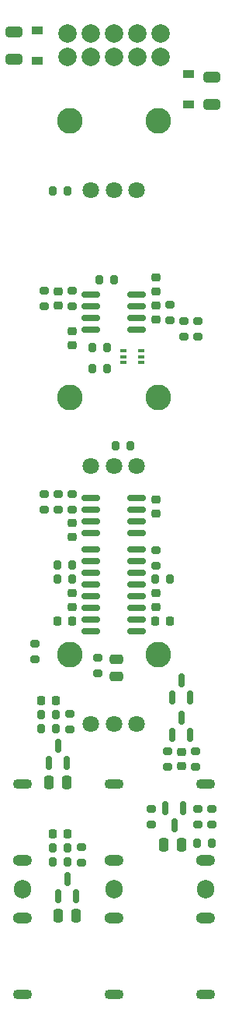
<source format=gbr>
G04 #@! TF.GenerationSoftware,KiCad,Pcbnew,(6.0.0)*
G04 #@! TF.CreationDate,2022-01-12T09:15:57-08:00*
G04 #@! TF.ProjectId,VCF,5643462e-6b69-4636-9164-5f7063625858,rev?*
G04 #@! TF.SameCoordinates,Original*
G04 #@! TF.FileFunction,Soldermask,Top*
G04 #@! TF.FilePolarity,Negative*
%FSLAX46Y46*%
G04 Gerber Fmt 4.6, Leading zero omitted, Abs format (unit mm)*
G04 Created by KiCad (PCBNEW (6.0.0)) date 2022-01-12 09:15:57*
%MOMM*%
%LPD*%
G01*
G04 APERTURE LIST*
G04 Aperture macros list*
%AMRoundRect*
0 Rectangle with rounded corners*
0 $1 Rounding radius*
0 $2 $3 $4 $5 $6 $7 $8 $9 X,Y pos of 4 corners*
0 Add a 4 corners polygon primitive as box body*
4,1,4,$2,$3,$4,$5,$6,$7,$8,$9,$2,$3,0*
0 Add four circle primitives for the rounded corners*
1,1,$1+$1,$2,$3*
1,1,$1+$1,$4,$5*
1,1,$1+$1,$6,$7*
1,1,$1+$1,$8,$9*
0 Add four rect primitives between the rounded corners*
20,1,$1+$1,$2,$3,$4,$5,0*
20,1,$1+$1,$4,$5,$6,$7,0*
20,1,$1+$1,$6,$7,$8,$9,0*
20,1,$1+$1,$8,$9,$2,$3,0*%
G04 Aperture macros list end*
%ADD10RoundRect,0.200000X-0.275000X0.200000X-0.275000X-0.200000X0.275000X-0.200000X0.275000X0.200000X0*%
%ADD11C,2.000000*%
%ADD12RoundRect,0.200000X-0.200000X-0.275000X0.200000X-0.275000X0.200000X0.275000X-0.200000X0.275000X0*%
%ADD13RoundRect,0.225000X-0.250000X0.225000X-0.250000X-0.225000X0.250000X-0.225000X0.250000X0.225000X0*%
%ADD14RoundRect,0.225000X0.250000X-0.225000X0.250000X0.225000X-0.250000X0.225000X-0.250000X-0.225000X0*%
%ADD15R,1.200000X0.900000*%
%ADD16RoundRect,0.200000X0.275000X-0.200000X0.275000X0.200000X-0.275000X0.200000X-0.275000X-0.200000X0*%
%ADD17RoundRect,0.150000X-0.825000X-0.150000X0.825000X-0.150000X0.825000X0.150000X-0.825000X0.150000X0*%
%ADD18RoundRect,0.200000X0.200000X0.275000X-0.200000X0.275000X-0.200000X-0.275000X0.200000X-0.275000X0*%
%ADD19RoundRect,0.250000X-0.250000X-0.475000X0.250000X-0.475000X0.250000X0.475000X-0.250000X0.475000X0*%
%ADD20RoundRect,0.150000X0.150000X-0.587500X0.150000X0.587500X-0.150000X0.587500X-0.150000X-0.587500X0*%
%ADD21RoundRect,0.225000X0.225000X0.250000X-0.225000X0.250000X-0.225000X-0.250000X0.225000X-0.250000X0*%
%ADD22RoundRect,0.250000X0.650000X-0.325000X0.650000X0.325000X-0.650000X0.325000X-0.650000X-0.325000X0*%
%ADD23RoundRect,0.250000X-0.650000X0.325000X-0.650000X-0.325000X0.650000X-0.325000X0.650000X0.325000X0*%
%ADD24RoundRect,0.250000X0.475000X-0.250000X0.475000X0.250000X-0.475000X0.250000X-0.475000X-0.250000X0*%
%ADD25RoundRect,0.150000X-0.150000X0.587500X-0.150000X-0.587500X0.150000X-0.587500X0.150000X0.587500X0*%
%ADD26RoundRect,0.225000X-0.225000X-0.250000X0.225000X-0.250000X0.225000X0.250000X-0.225000X0.250000X0*%
%ADD27R,0.650000X0.400000*%
%ADD28O,1.900000X2.000000*%
%ADD29O,2.100000X1.100000*%
%ADD30O,2.100000X1.200000*%
%ADD31C,2.800000*%
%ADD32C,1.800000*%
G04 APERTURE END LIST*
D10*
X9398000Y78549000D03*
X9398000Y76899000D03*
D11*
X19080000Y106520000D03*
X19080000Y103980000D03*
X16540000Y106520000D03*
X16540000Y103980000D03*
X14000000Y106520000D03*
X14000000Y103980000D03*
X11460000Y106520000D03*
X11460000Y103980000D03*
X8920000Y106520000D03*
X8920000Y103980000D03*
D12*
X14161000Y61722000D03*
X15811000Y61722000D03*
D13*
X18542000Y76975000D03*
X18542000Y75425000D03*
D14*
X21336000Y26911000D03*
X21336000Y28461000D03*
D10*
X23114000Y75247000D03*
X23114000Y73597000D03*
D12*
X6033000Y32512000D03*
X7683000Y32512000D03*
D10*
X19812000Y28511000D03*
X19812000Y26861000D03*
D15*
X22098000Y98808000D03*
X22098000Y102108000D03*
D16*
X10414000Y16447000D03*
X10414000Y18097000D03*
D17*
X11495000Y50419000D03*
X11495000Y49149000D03*
X11495000Y47879000D03*
X11495000Y46609000D03*
X11495000Y45339000D03*
X11495000Y44069000D03*
X11495000Y42799000D03*
X11495000Y41529000D03*
X16445000Y41529000D03*
X16445000Y42799000D03*
X16445000Y44069000D03*
X16445000Y45339000D03*
X16445000Y46609000D03*
X16445000Y47879000D03*
X16445000Y49149000D03*
X16445000Y50419000D03*
D18*
X9461000Y47244000D03*
X7811000Y47244000D03*
D19*
X6924000Y25146000D03*
X8824000Y25146000D03*
X19436000Y18366500D03*
X21336000Y18366500D03*
D18*
X13271000Y72390000D03*
X11621000Y72390000D03*
D16*
X7874000Y54801000D03*
X7874000Y56451000D03*
D13*
X7874000Y78499000D03*
X7874000Y76949000D03*
D14*
X18542000Y78473000D03*
X18542000Y80023000D03*
D17*
X16445000Y56007000D03*
X16445000Y54737000D03*
X16445000Y53467000D03*
X16445000Y52197000D03*
X11495000Y52197000D03*
X11495000Y53467000D03*
X11495000Y54737000D03*
X11495000Y56007000D03*
D18*
X13271000Y70104000D03*
X11621000Y70104000D03*
D20*
X20386000Y30304500D03*
X22286000Y30304500D03*
X21336000Y32179500D03*
D18*
X14033000Y79756000D03*
X12383000Y79756000D03*
D16*
X21590000Y73597000D03*
X21590000Y75247000D03*
X24638000Y20589500D03*
X24638000Y22239500D03*
D21*
X20079000Y42672000D03*
X18529000Y42672000D03*
D16*
X6350000Y54801000D03*
X6350000Y56451000D03*
D21*
X8903000Y19558000D03*
X7353000Y19558000D03*
D17*
X16445000Y78105000D03*
X16445000Y76835000D03*
X16445000Y75565000D03*
X16445000Y74295000D03*
X11495000Y74295000D03*
X11495000Y75565000D03*
X11495000Y76835000D03*
X11495000Y78105000D03*
D18*
X7683000Y30988000D03*
X6033000Y30988000D03*
D22*
X24638000Y98806000D03*
X24638000Y101756000D03*
D10*
X9398000Y56451000D03*
X9398000Y54801000D03*
D12*
X18479000Y47244000D03*
X20129000Y47244000D03*
D21*
X6083000Y34036000D03*
X7633000Y34036000D03*
D10*
X18542000Y50355000D03*
X18542000Y48705000D03*
D20*
X7940000Y12778500D03*
X9840000Y12778500D03*
X8890000Y14653500D03*
D13*
X9398000Y53353000D03*
X9398000Y51803000D03*
D20*
X20386000Y34368500D03*
X22286000Y34368500D03*
X21336000Y36243500D03*
D23*
X3048000Y106680000D03*
X3048000Y103730000D03*
D14*
X9398000Y72631000D03*
X9398000Y74181000D03*
D18*
X23051000Y18542000D03*
X24701000Y18542000D03*
D24*
X14224000Y36642000D03*
X14224000Y38542000D03*
D16*
X12192000Y37021000D03*
X12192000Y38671000D03*
D25*
X21524000Y22352000D03*
X19624000Y22352000D03*
X20574000Y20477000D03*
D16*
X22860000Y28511000D03*
X22860000Y26861000D03*
D13*
X9398000Y45733000D03*
X9398000Y44183000D03*
D10*
X20066000Y77025000D03*
X20066000Y75375000D03*
D26*
X7861000Y42672000D03*
X9411000Y42672000D03*
D19*
X7940000Y10668000D03*
X9840000Y10668000D03*
D16*
X9144000Y30925000D03*
X9144000Y32575000D03*
D15*
X5588000Y106806000D03*
X5588000Y103506000D03*
D18*
X8953000Y18034000D03*
X7303000Y18034000D03*
D14*
X18542000Y44183000D03*
X18542000Y45733000D03*
D10*
X23114000Y20589500D03*
X23114000Y22239500D03*
D12*
X7303000Y16510000D03*
X8953000Y16510000D03*
D13*
X18542000Y55893000D03*
X18542000Y54343000D03*
D10*
X18034000Y22239500D03*
X18034000Y20589500D03*
D16*
X6350000Y76899000D03*
X6350000Y78549000D03*
D27*
X15052000Y72024000D03*
X15052000Y71374000D03*
X15052000Y70724000D03*
X16952000Y70724000D03*
X16952000Y71374000D03*
X16952000Y72024000D03*
D20*
X6924000Y27256500D03*
X8824000Y27256500D03*
X7874000Y29131500D03*
D12*
X7811000Y48768000D03*
X9461000Y48768000D03*
X7303000Y89408000D03*
X8953000Y89408000D03*
D16*
X5334000Y38545000D03*
X5334000Y40195000D03*
D28*
X24000000Y13500500D03*
D29*
X24000000Y2080000D03*
D30*
X24000000Y10380000D03*
D28*
X24000000Y13499500D03*
D29*
X24000000Y24920000D03*
D30*
X24000000Y16620000D03*
D28*
X14000000Y13500500D03*
D29*
X14000000Y2080000D03*
D30*
X14000000Y10380000D03*
X4000000Y16620000D03*
D29*
X4000000Y24920000D03*
D28*
X4000000Y13499500D03*
X4000000Y13500500D03*
D29*
X4000000Y2080000D03*
D30*
X4000000Y10380000D03*
D31*
X18800000Y96998000D03*
X9200000Y96998000D03*
D32*
X16500000Y89498000D03*
X14000000Y89498000D03*
X11500000Y89498000D03*
D28*
X14000000Y13499500D03*
D29*
X14000000Y24920000D03*
D30*
X14000000Y16620000D03*
D32*
X11500000Y31498000D03*
X14000000Y31498000D03*
X16500000Y31498000D03*
D31*
X18800000Y38998000D03*
X9200000Y38998000D03*
D32*
X11500000Y59475500D03*
X14000000Y59475500D03*
X16500000Y59475500D03*
D31*
X9200000Y66975500D03*
X18800000Y66975500D03*
M02*

</source>
